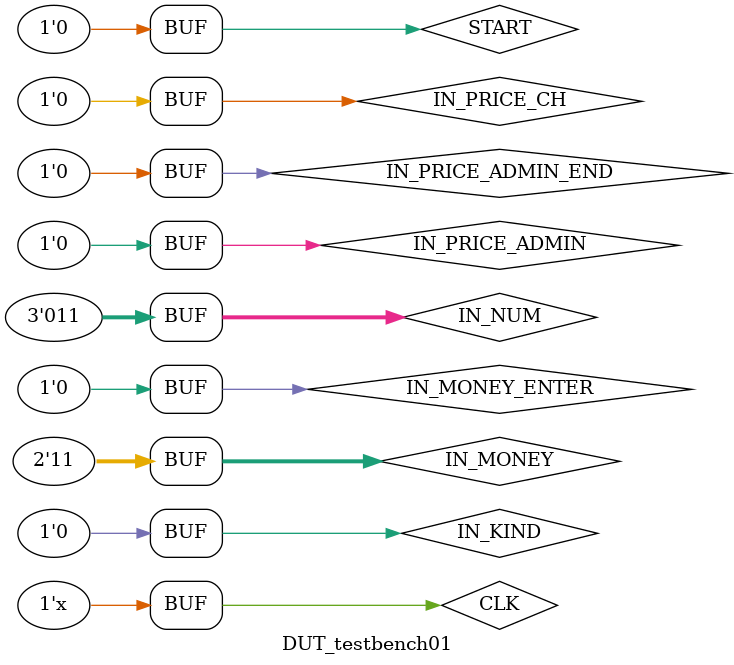
<source format=v>
`timescale 1ns / 1ps


module DUT_testbench01;

	// Inputs
	reg START;
	reg CLK;
	reg [0:1] IN_MONEY;
	reg IN_PRICE_CH;
	reg IN_KIND;
	reg [0:2] IN_NUM;
	reg IN_PRICE_ADMIN;
	reg IN_PRICE_ADMIN_END;
	reg IN_MONEY_ENTER;

	// Outputs
	wire [0:15] OUT_MONEY;
	wire OUT_JUICE0_MADE;
	wire OUT_JUICE1_MADE;
	wire END;
	wire OUT_1000WON;
	wire OUT_500WON;
	wire OUT_100WON;
	wire OUT_50WON;
	wire [0:15] OUT_JUICE0_PRICE;
	wire [0:15] OUT_JUICE1_PRICE;
	wire [0:22] OUT_CU_SIGNAL;

	// Instantiate the Unit Under Test (UUT)
	DUT uut (
		.START(START), 
		.CLK(CLK), 
		.IN_MONEY(IN_MONEY), 
		.IN_PRICE_CH(IN_PRICE_CH), 
		.IN_KIND(IN_KIND), 
		.IN_NUM(IN_NUM), 
		.IN_PRICE_ADMIN(IN_PRICE_ADMIN), 
		.IN_PRICE_ADMIN_END(IN_PRICE_ADMIN_END), 
		.IN_MONEY_ENTER(IN_MONEY_ENTER), 
		.OUT_MONEY(OUT_MONEY), 
		.OUT_JUICE0_MADE(OUT_JUICE0_MADE), 
		.OUT_JUICE1_MADE(OUT_JUICE1_MADE), 
		.END(END), 
		.OUT_1000WON(OUT_1000WON), 
		.OUT_500WON(OUT_500WON), 
		.OUT_100WON(OUT_100WON), 
		.OUT_50WON(OUT_50WON), 
		.OUT_JUICE0_PRICE(OUT_JUICE0_PRICE), 
		.OUT_JUICE1_PRICE(OUT_JUICE1_PRICE), 
		.OUT_CU_SIGNAL(OUT_CU_SIGNAL)
	);

	initial begin
		// Initialize Inputs
		START = 0;
		CLK = 0;
		IN_MONEY = 0;
		IN_PRICE_CH = 0;
		IN_KIND = 0;
		IN_NUM = 0;
		IN_PRICE_ADMIN = 0;
		IN_PRICE_ADMIN_END = 0;
		IN_MONEY_ENTER = 0;

		// Wait 100 ns for global reset to finish
		/*
		#48;
		// Add stimulus here
		START = 1;
		#20 		START = 0;
					IN_PRICE_ADMIN = 1;
					IN_KIND = 0;
					IN_PRICE_CH = 1;
		#60		IN_KIND = 1;
		#40		IN_PRICE_ADMIN = 0;
					IN_PRICE_ADMIN_END = 1;
		#80		START = 1;
		#20		START = 0;
					IN_MONEY = 1;
		#120		IN_MONEY = 3;
		#160		IN_MONEY = 2;
		#80		IN_MONEY = 0;
		#280		IN_MONEY_ENTER = 1;
					IN_KIND = 1;
					IN_NUM = 4;
		#40		IN_MONEY_ENTER = 0;
		*/
		
		#480		START = 1;
		#200		START = 0;
					IN_MONEY = 3;
		#400		IN_MONEY_ENTER = 1;
					IN_NUM = 3;
					IN_KIND = 0;
		#400		IN_MONEY_ENTER = 0;
		
	end
	always begin
		#100 CLK = !CLK;
	end
      
endmodule


</source>
